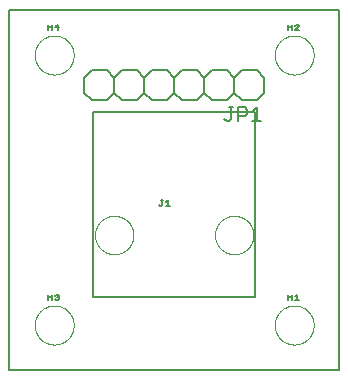
<source format=gto>
G75*
%MOIN*%
%OFA0B0*%
%FSLAX25Y25*%
%IPPOS*%
%LPD*%
%AMOC8*
5,1,8,0,0,1.08239X$1,22.5*
%
%ADD10C,0.00600*%
%ADD11C,0.00000*%
%ADD12C,0.00500*%
%ADD13C,0.00800*%
D10*
X0001300Y0001300D02*
X0001300Y0121300D01*
X0111300Y0121300D01*
X0111300Y0001300D01*
X0001300Y0001300D01*
X0028800Y0091300D02*
X0026300Y0093800D01*
X0026300Y0098800D01*
X0028800Y0101300D01*
X0033800Y0101300D01*
X0036300Y0098800D01*
X0038800Y0101300D01*
X0043800Y0101300D01*
X0046300Y0098800D01*
X0048800Y0101300D01*
X0053800Y0101300D01*
X0056300Y0098800D01*
X0058800Y0101300D01*
X0063800Y0101300D01*
X0066300Y0098800D01*
X0068800Y0101300D01*
X0073800Y0101300D01*
X0076300Y0098800D01*
X0078800Y0101300D01*
X0083800Y0101300D01*
X0086300Y0098800D01*
X0086300Y0093800D01*
X0083800Y0091300D01*
X0078800Y0091300D01*
X0076300Y0093800D01*
X0073800Y0091300D01*
X0068800Y0091300D01*
X0066300Y0093800D01*
X0066300Y0098800D01*
X0066300Y0093800D02*
X0063800Y0091300D01*
X0058800Y0091300D01*
X0056300Y0093800D01*
X0053800Y0091300D01*
X0048800Y0091300D01*
X0046300Y0093800D01*
X0043800Y0091300D01*
X0038800Y0091300D01*
X0036300Y0093800D01*
X0033800Y0091300D01*
X0028800Y0091300D01*
X0036300Y0093800D02*
X0036300Y0098800D01*
X0046300Y0098800D02*
X0046300Y0093800D01*
X0056300Y0093800D02*
X0056300Y0098800D01*
X0076300Y0098800D02*
X0076300Y0093800D01*
D11*
X0089800Y0106300D02*
X0089802Y0106461D01*
X0089808Y0106621D01*
X0089818Y0106782D01*
X0089832Y0106942D01*
X0089850Y0107102D01*
X0089871Y0107261D01*
X0089897Y0107420D01*
X0089927Y0107578D01*
X0089960Y0107735D01*
X0089998Y0107892D01*
X0090039Y0108047D01*
X0090084Y0108201D01*
X0090133Y0108354D01*
X0090186Y0108506D01*
X0090242Y0108657D01*
X0090303Y0108806D01*
X0090366Y0108954D01*
X0090434Y0109100D01*
X0090505Y0109244D01*
X0090579Y0109386D01*
X0090657Y0109527D01*
X0090739Y0109665D01*
X0090824Y0109802D01*
X0090912Y0109936D01*
X0091004Y0110068D01*
X0091099Y0110198D01*
X0091197Y0110326D01*
X0091298Y0110451D01*
X0091402Y0110573D01*
X0091509Y0110693D01*
X0091619Y0110810D01*
X0091732Y0110925D01*
X0091848Y0111036D01*
X0091967Y0111145D01*
X0092088Y0111250D01*
X0092212Y0111353D01*
X0092338Y0111453D01*
X0092466Y0111549D01*
X0092597Y0111642D01*
X0092731Y0111732D01*
X0092866Y0111819D01*
X0093004Y0111902D01*
X0093143Y0111982D01*
X0093285Y0112058D01*
X0093428Y0112131D01*
X0093573Y0112200D01*
X0093720Y0112266D01*
X0093868Y0112328D01*
X0094018Y0112386D01*
X0094169Y0112441D01*
X0094322Y0112492D01*
X0094476Y0112539D01*
X0094631Y0112582D01*
X0094787Y0112621D01*
X0094943Y0112657D01*
X0095101Y0112688D01*
X0095259Y0112716D01*
X0095418Y0112740D01*
X0095578Y0112760D01*
X0095738Y0112776D01*
X0095898Y0112788D01*
X0096059Y0112796D01*
X0096220Y0112800D01*
X0096380Y0112800D01*
X0096541Y0112796D01*
X0096702Y0112788D01*
X0096862Y0112776D01*
X0097022Y0112760D01*
X0097182Y0112740D01*
X0097341Y0112716D01*
X0097499Y0112688D01*
X0097657Y0112657D01*
X0097813Y0112621D01*
X0097969Y0112582D01*
X0098124Y0112539D01*
X0098278Y0112492D01*
X0098431Y0112441D01*
X0098582Y0112386D01*
X0098732Y0112328D01*
X0098880Y0112266D01*
X0099027Y0112200D01*
X0099172Y0112131D01*
X0099315Y0112058D01*
X0099457Y0111982D01*
X0099596Y0111902D01*
X0099734Y0111819D01*
X0099869Y0111732D01*
X0100003Y0111642D01*
X0100134Y0111549D01*
X0100262Y0111453D01*
X0100388Y0111353D01*
X0100512Y0111250D01*
X0100633Y0111145D01*
X0100752Y0111036D01*
X0100868Y0110925D01*
X0100981Y0110810D01*
X0101091Y0110693D01*
X0101198Y0110573D01*
X0101302Y0110451D01*
X0101403Y0110326D01*
X0101501Y0110198D01*
X0101596Y0110068D01*
X0101688Y0109936D01*
X0101776Y0109802D01*
X0101861Y0109665D01*
X0101943Y0109527D01*
X0102021Y0109386D01*
X0102095Y0109244D01*
X0102166Y0109100D01*
X0102234Y0108954D01*
X0102297Y0108806D01*
X0102358Y0108657D01*
X0102414Y0108506D01*
X0102467Y0108354D01*
X0102516Y0108201D01*
X0102561Y0108047D01*
X0102602Y0107892D01*
X0102640Y0107735D01*
X0102673Y0107578D01*
X0102703Y0107420D01*
X0102729Y0107261D01*
X0102750Y0107102D01*
X0102768Y0106942D01*
X0102782Y0106782D01*
X0102792Y0106621D01*
X0102798Y0106461D01*
X0102800Y0106300D01*
X0102798Y0106139D01*
X0102792Y0105979D01*
X0102782Y0105818D01*
X0102768Y0105658D01*
X0102750Y0105498D01*
X0102729Y0105339D01*
X0102703Y0105180D01*
X0102673Y0105022D01*
X0102640Y0104865D01*
X0102602Y0104708D01*
X0102561Y0104553D01*
X0102516Y0104399D01*
X0102467Y0104246D01*
X0102414Y0104094D01*
X0102358Y0103943D01*
X0102297Y0103794D01*
X0102234Y0103646D01*
X0102166Y0103500D01*
X0102095Y0103356D01*
X0102021Y0103214D01*
X0101943Y0103073D01*
X0101861Y0102935D01*
X0101776Y0102798D01*
X0101688Y0102664D01*
X0101596Y0102532D01*
X0101501Y0102402D01*
X0101403Y0102274D01*
X0101302Y0102149D01*
X0101198Y0102027D01*
X0101091Y0101907D01*
X0100981Y0101790D01*
X0100868Y0101675D01*
X0100752Y0101564D01*
X0100633Y0101455D01*
X0100512Y0101350D01*
X0100388Y0101247D01*
X0100262Y0101147D01*
X0100134Y0101051D01*
X0100003Y0100958D01*
X0099869Y0100868D01*
X0099734Y0100781D01*
X0099596Y0100698D01*
X0099457Y0100618D01*
X0099315Y0100542D01*
X0099172Y0100469D01*
X0099027Y0100400D01*
X0098880Y0100334D01*
X0098732Y0100272D01*
X0098582Y0100214D01*
X0098431Y0100159D01*
X0098278Y0100108D01*
X0098124Y0100061D01*
X0097969Y0100018D01*
X0097813Y0099979D01*
X0097657Y0099943D01*
X0097499Y0099912D01*
X0097341Y0099884D01*
X0097182Y0099860D01*
X0097022Y0099840D01*
X0096862Y0099824D01*
X0096702Y0099812D01*
X0096541Y0099804D01*
X0096380Y0099800D01*
X0096220Y0099800D01*
X0096059Y0099804D01*
X0095898Y0099812D01*
X0095738Y0099824D01*
X0095578Y0099840D01*
X0095418Y0099860D01*
X0095259Y0099884D01*
X0095101Y0099912D01*
X0094943Y0099943D01*
X0094787Y0099979D01*
X0094631Y0100018D01*
X0094476Y0100061D01*
X0094322Y0100108D01*
X0094169Y0100159D01*
X0094018Y0100214D01*
X0093868Y0100272D01*
X0093720Y0100334D01*
X0093573Y0100400D01*
X0093428Y0100469D01*
X0093285Y0100542D01*
X0093143Y0100618D01*
X0093004Y0100698D01*
X0092866Y0100781D01*
X0092731Y0100868D01*
X0092597Y0100958D01*
X0092466Y0101051D01*
X0092338Y0101147D01*
X0092212Y0101247D01*
X0092088Y0101350D01*
X0091967Y0101455D01*
X0091848Y0101564D01*
X0091732Y0101675D01*
X0091619Y0101790D01*
X0091509Y0101907D01*
X0091402Y0102027D01*
X0091298Y0102149D01*
X0091197Y0102274D01*
X0091099Y0102402D01*
X0091004Y0102532D01*
X0090912Y0102664D01*
X0090824Y0102798D01*
X0090739Y0102935D01*
X0090657Y0103073D01*
X0090579Y0103214D01*
X0090505Y0103356D01*
X0090434Y0103500D01*
X0090366Y0103646D01*
X0090303Y0103794D01*
X0090242Y0103943D01*
X0090186Y0104094D01*
X0090133Y0104246D01*
X0090084Y0104399D01*
X0090039Y0104553D01*
X0089998Y0104708D01*
X0089960Y0104865D01*
X0089927Y0105022D01*
X0089897Y0105180D01*
X0089871Y0105339D01*
X0089850Y0105498D01*
X0089832Y0105658D01*
X0089818Y0105818D01*
X0089808Y0105979D01*
X0089802Y0106139D01*
X0089800Y0106300D01*
X0069900Y0046300D02*
X0069902Y0046460D01*
X0069908Y0046619D01*
X0069918Y0046778D01*
X0069932Y0046937D01*
X0069950Y0047096D01*
X0069971Y0047254D01*
X0069997Y0047411D01*
X0070027Y0047568D01*
X0070060Y0047724D01*
X0070098Y0047879D01*
X0070139Y0048033D01*
X0070184Y0048186D01*
X0070233Y0048338D01*
X0070286Y0048489D01*
X0070342Y0048638D01*
X0070403Y0048786D01*
X0070466Y0048932D01*
X0070534Y0049077D01*
X0070605Y0049220D01*
X0070679Y0049361D01*
X0070757Y0049500D01*
X0070839Y0049637D01*
X0070924Y0049772D01*
X0071012Y0049905D01*
X0071104Y0050036D01*
X0071198Y0050164D01*
X0071296Y0050290D01*
X0071397Y0050414D01*
X0071501Y0050535D01*
X0071608Y0050653D01*
X0071718Y0050769D01*
X0071831Y0050882D01*
X0071947Y0050992D01*
X0072065Y0051099D01*
X0072186Y0051203D01*
X0072310Y0051304D01*
X0072436Y0051402D01*
X0072564Y0051496D01*
X0072695Y0051588D01*
X0072828Y0051676D01*
X0072963Y0051761D01*
X0073100Y0051843D01*
X0073239Y0051921D01*
X0073380Y0051995D01*
X0073523Y0052066D01*
X0073668Y0052134D01*
X0073814Y0052197D01*
X0073962Y0052258D01*
X0074111Y0052314D01*
X0074262Y0052367D01*
X0074414Y0052416D01*
X0074567Y0052461D01*
X0074721Y0052502D01*
X0074876Y0052540D01*
X0075032Y0052573D01*
X0075189Y0052603D01*
X0075346Y0052629D01*
X0075504Y0052650D01*
X0075663Y0052668D01*
X0075822Y0052682D01*
X0075981Y0052692D01*
X0076140Y0052698D01*
X0076300Y0052700D01*
X0076460Y0052698D01*
X0076619Y0052692D01*
X0076778Y0052682D01*
X0076937Y0052668D01*
X0077096Y0052650D01*
X0077254Y0052629D01*
X0077411Y0052603D01*
X0077568Y0052573D01*
X0077724Y0052540D01*
X0077879Y0052502D01*
X0078033Y0052461D01*
X0078186Y0052416D01*
X0078338Y0052367D01*
X0078489Y0052314D01*
X0078638Y0052258D01*
X0078786Y0052197D01*
X0078932Y0052134D01*
X0079077Y0052066D01*
X0079220Y0051995D01*
X0079361Y0051921D01*
X0079500Y0051843D01*
X0079637Y0051761D01*
X0079772Y0051676D01*
X0079905Y0051588D01*
X0080036Y0051496D01*
X0080164Y0051402D01*
X0080290Y0051304D01*
X0080414Y0051203D01*
X0080535Y0051099D01*
X0080653Y0050992D01*
X0080769Y0050882D01*
X0080882Y0050769D01*
X0080992Y0050653D01*
X0081099Y0050535D01*
X0081203Y0050414D01*
X0081304Y0050290D01*
X0081402Y0050164D01*
X0081496Y0050036D01*
X0081588Y0049905D01*
X0081676Y0049772D01*
X0081761Y0049637D01*
X0081843Y0049500D01*
X0081921Y0049361D01*
X0081995Y0049220D01*
X0082066Y0049077D01*
X0082134Y0048932D01*
X0082197Y0048786D01*
X0082258Y0048638D01*
X0082314Y0048489D01*
X0082367Y0048338D01*
X0082416Y0048186D01*
X0082461Y0048033D01*
X0082502Y0047879D01*
X0082540Y0047724D01*
X0082573Y0047568D01*
X0082603Y0047411D01*
X0082629Y0047254D01*
X0082650Y0047096D01*
X0082668Y0046937D01*
X0082682Y0046778D01*
X0082692Y0046619D01*
X0082698Y0046460D01*
X0082700Y0046300D01*
X0082698Y0046140D01*
X0082692Y0045981D01*
X0082682Y0045822D01*
X0082668Y0045663D01*
X0082650Y0045504D01*
X0082629Y0045346D01*
X0082603Y0045189D01*
X0082573Y0045032D01*
X0082540Y0044876D01*
X0082502Y0044721D01*
X0082461Y0044567D01*
X0082416Y0044414D01*
X0082367Y0044262D01*
X0082314Y0044111D01*
X0082258Y0043962D01*
X0082197Y0043814D01*
X0082134Y0043668D01*
X0082066Y0043523D01*
X0081995Y0043380D01*
X0081921Y0043239D01*
X0081843Y0043100D01*
X0081761Y0042963D01*
X0081676Y0042828D01*
X0081588Y0042695D01*
X0081496Y0042564D01*
X0081402Y0042436D01*
X0081304Y0042310D01*
X0081203Y0042186D01*
X0081099Y0042065D01*
X0080992Y0041947D01*
X0080882Y0041831D01*
X0080769Y0041718D01*
X0080653Y0041608D01*
X0080535Y0041501D01*
X0080414Y0041397D01*
X0080290Y0041296D01*
X0080164Y0041198D01*
X0080036Y0041104D01*
X0079905Y0041012D01*
X0079772Y0040924D01*
X0079637Y0040839D01*
X0079500Y0040757D01*
X0079361Y0040679D01*
X0079220Y0040605D01*
X0079077Y0040534D01*
X0078932Y0040466D01*
X0078786Y0040403D01*
X0078638Y0040342D01*
X0078489Y0040286D01*
X0078338Y0040233D01*
X0078186Y0040184D01*
X0078033Y0040139D01*
X0077879Y0040098D01*
X0077724Y0040060D01*
X0077568Y0040027D01*
X0077411Y0039997D01*
X0077254Y0039971D01*
X0077096Y0039950D01*
X0076937Y0039932D01*
X0076778Y0039918D01*
X0076619Y0039908D01*
X0076460Y0039902D01*
X0076300Y0039900D01*
X0076140Y0039902D01*
X0075981Y0039908D01*
X0075822Y0039918D01*
X0075663Y0039932D01*
X0075504Y0039950D01*
X0075346Y0039971D01*
X0075189Y0039997D01*
X0075032Y0040027D01*
X0074876Y0040060D01*
X0074721Y0040098D01*
X0074567Y0040139D01*
X0074414Y0040184D01*
X0074262Y0040233D01*
X0074111Y0040286D01*
X0073962Y0040342D01*
X0073814Y0040403D01*
X0073668Y0040466D01*
X0073523Y0040534D01*
X0073380Y0040605D01*
X0073239Y0040679D01*
X0073100Y0040757D01*
X0072963Y0040839D01*
X0072828Y0040924D01*
X0072695Y0041012D01*
X0072564Y0041104D01*
X0072436Y0041198D01*
X0072310Y0041296D01*
X0072186Y0041397D01*
X0072065Y0041501D01*
X0071947Y0041608D01*
X0071831Y0041718D01*
X0071718Y0041831D01*
X0071608Y0041947D01*
X0071501Y0042065D01*
X0071397Y0042186D01*
X0071296Y0042310D01*
X0071198Y0042436D01*
X0071104Y0042564D01*
X0071012Y0042695D01*
X0070924Y0042828D01*
X0070839Y0042963D01*
X0070757Y0043100D01*
X0070679Y0043239D01*
X0070605Y0043380D01*
X0070534Y0043523D01*
X0070466Y0043668D01*
X0070403Y0043814D01*
X0070342Y0043962D01*
X0070286Y0044111D01*
X0070233Y0044262D01*
X0070184Y0044414D01*
X0070139Y0044567D01*
X0070098Y0044721D01*
X0070060Y0044876D01*
X0070027Y0045032D01*
X0069997Y0045189D01*
X0069971Y0045346D01*
X0069950Y0045504D01*
X0069932Y0045663D01*
X0069918Y0045822D01*
X0069908Y0045981D01*
X0069902Y0046140D01*
X0069900Y0046300D01*
X0089800Y0016300D02*
X0089802Y0016461D01*
X0089808Y0016621D01*
X0089818Y0016782D01*
X0089832Y0016942D01*
X0089850Y0017102D01*
X0089871Y0017261D01*
X0089897Y0017420D01*
X0089927Y0017578D01*
X0089960Y0017735D01*
X0089998Y0017892D01*
X0090039Y0018047D01*
X0090084Y0018201D01*
X0090133Y0018354D01*
X0090186Y0018506D01*
X0090242Y0018657D01*
X0090303Y0018806D01*
X0090366Y0018954D01*
X0090434Y0019100D01*
X0090505Y0019244D01*
X0090579Y0019386D01*
X0090657Y0019527D01*
X0090739Y0019665D01*
X0090824Y0019802D01*
X0090912Y0019936D01*
X0091004Y0020068D01*
X0091099Y0020198D01*
X0091197Y0020326D01*
X0091298Y0020451D01*
X0091402Y0020573D01*
X0091509Y0020693D01*
X0091619Y0020810D01*
X0091732Y0020925D01*
X0091848Y0021036D01*
X0091967Y0021145D01*
X0092088Y0021250D01*
X0092212Y0021353D01*
X0092338Y0021453D01*
X0092466Y0021549D01*
X0092597Y0021642D01*
X0092731Y0021732D01*
X0092866Y0021819D01*
X0093004Y0021902D01*
X0093143Y0021982D01*
X0093285Y0022058D01*
X0093428Y0022131D01*
X0093573Y0022200D01*
X0093720Y0022266D01*
X0093868Y0022328D01*
X0094018Y0022386D01*
X0094169Y0022441D01*
X0094322Y0022492D01*
X0094476Y0022539D01*
X0094631Y0022582D01*
X0094787Y0022621D01*
X0094943Y0022657D01*
X0095101Y0022688D01*
X0095259Y0022716D01*
X0095418Y0022740D01*
X0095578Y0022760D01*
X0095738Y0022776D01*
X0095898Y0022788D01*
X0096059Y0022796D01*
X0096220Y0022800D01*
X0096380Y0022800D01*
X0096541Y0022796D01*
X0096702Y0022788D01*
X0096862Y0022776D01*
X0097022Y0022760D01*
X0097182Y0022740D01*
X0097341Y0022716D01*
X0097499Y0022688D01*
X0097657Y0022657D01*
X0097813Y0022621D01*
X0097969Y0022582D01*
X0098124Y0022539D01*
X0098278Y0022492D01*
X0098431Y0022441D01*
X0098582Y0022386D01*
X0098732Y0022328D01*
X0098880Y0022266D01*
X0099027Y0022200D01*
X0099172Y0022131D01*
X0099315Y0022058D01*
X0099457Y0021982D01*
X0099596Y0021902D01*
X0099734Y0021819D01*
X0099869Y0021732D01*
X0100003Y0021642D01*
X0100134Y0021549D01*
X0100262Y0021453D01*
X0100388Y0021353D01*
X0100512Y0021250D01*
X0100633Y0021145D01*
X0100752Y0021036D01*
X0100868Y0020925D01*
X0100981Y0020810D01*
X0101091Y0020693D01*
X0101198Y0020573D01*
X0101302Y0020451D01*
X0101403Y0020326D01*
X0101501Y0020198D01*
X0101596Y0020068D01*
X0101688Y0019936D01*
X0101776Y0019802D01*
X0101861Y0019665D01*
X0101943Y0019527D01*
X0102021Y0019386D01*
X0102095Y0019244D01*
X0102166Y0019100D01*
X0102234Y0018954D01*
X0102297Y0018806D01*
X0102358Y0018657D01*
X0102414Y0018506D01*
X0102467Y0018354D01*
X0102516Y0018201D01*
X0102561Y0018047D01*
X0102602Y0017892D01*
X0102640Y0017735D01*
X0102673Y0017578D01*
X0102703Y0017420D01*
X0102729Y0017261D01*
X0102750Y0017102D01*
X0102768Y0016942D01*
X0102782Y0016782D01*
X0102792Y0016621D01*
X0102798Y0016461D01*
X0102800Y0016300D01*
X0102798Y0016139D01*
X0102792Y0015979D01*
X0102782Y0015818D01*
X0102768Y0015658D01*
X0102750Y0015498D01*
X0102729Y0015339D01*
X0102703Y0015180D01*
X0102673Y0015022D01*
X0102640Y0014865D01*
X0102602Y0014708D01*
X0102561Y0014553D01*
X0102516Y0014399D01*
X0102467Y0014246D01*
X0102414Y0014094D01*
X0102358Y0013943D01*
X0102297Y0013794D01*
X0102234Y0013646D01*
X0102166Y0013500D01*
X0102095Y0013356D01*
X0102021Y0013214D01*
X0101943Y0013073D01*
X0101861Y0012935D01*
X0101776Y0012798D01*
X0101688Y0012664D01*
X0101596Y0012532D01*
X0101501Y0012402D01*
X0101403Y0012274D01*
X0101302Y0012149D01*
X0101198Y0012027D01*
X0101091Y0011907D01*
X0100981Y0011790D01*
X0100868Y0011675D01*
X0100752Y0011564D01*
X0100633Y0011455D01*
X0100512Y0011350D01*
X0100388Y0011247D01*
X0100262Y0011147D01*
X0100134Y0011051D01*
X0100003Y0010958D01*
X0099869Y0010868D01*
X0099734Y0010781D01*
X0099596Y0010698D01*
X0099457Y0010618D01*
X0099315Y0010542D01*
X0099172Y0010469D01*
X0099027Y0010400D01*
X0098880Y0010334D01*
X0098732Y0010272D01*
X0098582Y0010214D01*
X0098431Y0010159D01*
X0098278Y0010108D01*
X0098124Y0010061D01*
X0097969Y0010018D01*
X0097813Y0009979D01*
X0097657Y0009943D01*
X0097499Y0009912D01*
X0097341Y0009884D01*
X0097182Y0009860D01*
X0097022Y0009840D01*
X0096862Y0009824D01*
X0096702Y0009812D01*
X0096541Y0009804D01*
X0096380Y0009800D01*
X0096220Y0009800D01*
X0096059Y0009804D01*
X0095898Y0009812D01*
X0095738Y0009824D01*
X0095578Y0009840D01*
X0095418Y0009860D01*
X0095259Y0009884D01*
X0095101Y0009912D01*
X0094943Y0009943D01*
X0094787Y0009979D01*
X0094631Y0010018D01*
X0094476Y0010061D01*
X0094322Y0010108D01*
X0094169Y0010159D01*
X0094018Y0010214D01*
X0093868Y0010272D01*
X0093720Y0010334D01*
X0093573Y0010400D01*
X0093428Y0010469D01*
X0093285Y0010542D01*
X0093143Y0010618D01*
X0093004Y0010698D01*
X0092866Y0010781D01*
X0092731Y0010868D01*
X0092597Y0010958D01*
X0092466Y0011051D01*
X0092338Y0011147D01*
X0092212Y0011247D01*
X0092088Y0011350D01*
X0091967Y0011455D01*
X0091848Y0011564D01*
X0091732Y0011675D01*
X0091619Y0011790D01*
X0091509Y0011907D01*
X0091402Y0012027D01*
X0091298Y0012149D01*
X0091197Y0012274D01*
X0091099Y0012402D01*
X0091004Y0012532D01*
X0090912Y0012664D01*
X0090824Y0012798D01*
X0090739Y0012935D01*
X0090657Y0013073D01*
X0090579Y0013214D01*
X0090505Y0013356D01*
X0090434Y0013500D01*
X0090366Y0013646D01*
X0090303Y0013794D01*
X0090242Y0013943D01*
X0090186Y0014094D01*
X0090133Y0014246D01*
X0090084Y0014399D01*
X0090039Y0014553D01*
X0089998Y0014708D01*
X0089960Y0014865D01*
X0089927Y0015022D01*
X0089897Y0015180D01*
X0089871Y0015339D01*
X0089850Y0015498D01*
X0089832Y0015658D01*
X0089818Y0015818D01*
X0089808Y0015979D01*
X0089802Y0016139D01*
X0089800Y0016300D01*
X0029900Y0046300D02*
X0029902Y0046460D01*
X0029908Y0046619D01*
X0029918Y0046778D01*
X0029932Y0046937D01*
X0029950Y0047096D01*
X0029971Y0047254D01*
X0029997Y0047411D01*
X0030027Y0047568D01*
X0030060Y0047724D01*
X0030098Y0047879D01*
X0030139Y0048033D01*
X0030184Y0048186D01*
X0030233Y0048338D01*
X0030286Y0048489D01*
X0030342Y0048638D01*
X0030403Y0048786D01*
X0030466Y0048932D01*
X0030534Y0049077D01*
X0030605Y0049220D01*
X0030679Y0049361D01*
X0030757Y0049500D01*
X0030839Y0049637D01*
X0030924Y0049772D01*
X0031012Y0049905D01*
X0031104Y0050036D01*
X0031198Y0050164D01*
X0031296Y0050290D01*
X0031397Y0050414D01*
X0031501Y0050535D01*
X0031608Y0050653D01*
X0031718Y0050769D01*
X0031831Y0050882D01*
X0031947Y0050992D01*
X0032065Y0051099D01*
X0032186Y0051203D01*
X0032310Y0051304D01*
X0032436Y0051402D01*
X0032564Y0051496D01*
X0032695Y0051588D01*
X0032828Y0051676D01*
X0032963Y0051761D01*
X0033100Y0051843D01*
X0033239Y0051921D01*
X0033380Y0051995D01*
X0033523Y0052066D01*
X0033668Y0052134D01*
X0033814Y0052197D01*
X0033962Y0052258D01*
X0034111Y0052314D01*
X0034262Y0052367D01*
X0034414Y0052416D01*
X0034567Y0052461D01*
X0034721Y0052502D01*
X0034876Y0052540D01*
X0035032Y0052573D01*
X0035189Y0052603D01*
X0035346Y0052629D01*
X0035504Y0052650D01*
X0035663Y0052668D01*
X0035822Y0052682D01*
X0035981Y0052692D01*
X0036140Y0052698D01*
X0036300Y0052700D01*
X0036460Y0052698D01*
X0036619Y0052692D01*
X0036778Y0052682D01*
X0036937Y0052668D01*
X0037096Y0052650D01*
X0037254Y0052629D01*
X0037411Y0052603D01*
X0037568Y0052573D01*
X0037724Y0052540D01*
X0037879Y0052502D01*
X0038033Y0052461D01*
X0038186Y0052416D01*
X0038338Y0052367D01*
X0038489Y0052314D01*
X0038638Y0052258D01*
X0038786Y0052197D01*
X0038932Y0052134D01*
X0039077Y0052066D01*
X0039220Y0051995D01*
X0039361Y0051921D01*
X0039500Y0051843D01*
X0039637Y0051761D01*
X0039772Y0051676D01*
X0039905Y0051588D01*
X0040036Y0051496D01*
X0040164Y0051402D01*
X0040290Y0051304D01*
X0040414Y0051203D01*
X0040535Y0051099D01*
X0040653Y0050992D01*
X0040769Y0050882D01*
X0040882Y0050769D01*
X0040992Y0050653D01*
X0041099Y0050535D01*
X0041203Y0050414D01*
X0041304Y0050290D01*
X0041402Y0050164D01*
X0041496Y0050036D01*
X0041588Y0049905D01*
X0041676Y0049772D01*
X0041761Y0049637D01*
X0041843Y0049500D01*
X0041921Y0049361D01*
X0041995Y0049220D01*
X0042066Y0049077D01*
X0042134Y0048932D01*
X0042197Y0048786D01*
X0042258Y0048638D01*
X0042314Y0048489D01*
X0042367Y0048338D01*
X0042416Y0048186D01*
X0042461Y0048033D01*
X0042502Y0047879D01*
X0042540Y0047724D01*
X0042573Y0047568D01*
X0042603Y0047411D01*
X0042629Y0047254D01*
X0042650Y0047096D01*
X0042668Y0046937D01*
X0042682Y0046778D01*
X0042692Y0046619D01*
X0042698Y0046460D01*
X0042700Y0046300D01*
X0042698Y0046140D01*
X0042692Y0045981D01*
X0042682Y0045822D01*
X0042668Y0045663D01*
X0042650Y0045504D01*
X0042629Y0045346D01*
X0042603Y0045189D01*
X0042573Y0045032D01*
X0042540Y0044876D01*
X0042502Y0044721D01*
X0042461Y0044567D01*
X0042416Y0044414D01*
X0042367Y0044262D01*
X0042314Y0044111D01*
X0042258Y0043962D01*
X0042197Y0043814D01*
X0042134Y0043668D01*
X0042066Y0043523D01*
X0041995Y0043380D01*
X0041921Y0043239D01*
X0041843Y0043100D01*
X0041761Y0042963D01*
X0041676Y0042828D01*
X0041588Y0042695D01*
X0041496Y0042564D01*
X0041402Y0042436D01*
X0041304Y0042310D01*
X0041203Y0042186D01*
X0041099Y0042065D01*
X0040992Y0041947D01*
X0040882Y0041831D01*
X0040769Y0041718D01*
X0040653Y0041608D01*
X0040535Y0041501D01*
X0040414Y0041397D01*
X0040290Y0041296D01*
X0040164Y0041198D01*
X0040036Y0041104D01*
X0039905Y0041012D01*
X0039772Y0040924D01*
X0039637Y0040839D01*
X0039500Y0040757D01*
X0039361Y0040679D01*
X0039220Y0040605D01*
X0039077Y0040534D01*
X0038932Y0040466D01*
X0038786Y0040403D01*
X0038638Y0040342D01*
X0038489Y0040286D01*
X0038338Y0040233D01*
X0038186Y0040184D01*
X0038033Y0040139D01*
X0037879Y0040098D01*
X0037724Y0040060D01*
X0037568Y0040027D01*
X0037411Y0039997D01*
X0037254Y0039971D01*
X0037096Y0039950D01*
X0036937Y0039932D01*
X0036778Y0039918D01*
X0036619Y0039908D01*
X0036460Y0039902D01*
X0036300Y0039900D01*
X0036140Y0039902D01*
X0035981Y0039908D01*
X0035822Y0039918D01*
X0035663Y0039932D01*
X0035504Y0039950D01*
X0035346Y0039971D01*
X0035189Y0039997D01*
X0035032Y0040027D01*
X0034876Y0040060D01*
X0034721Y0040098D01*
X0034567Y0040139D01*
X0034414Y0040184D01*
X0034262Y0040233D01*
X0034111Y0040286D01*
X0033962Y0040342D01*
X0033814Y0040403D01*
X0033668Y0040466D01*
X0033523Y0040534D01*
X0033380Y0040605D01*
X0033239Y0040679D01*
X0033100Y0040757D01*
X0032963Y0040839D01*
X0032828Y0040924D01*
X0032695Y0041012D01*
X0032564Y0041104D01*
X0032436Y0041198D01*
X0032310Y0041296D01*
X0032186Y0041397D01*
X0032065Y0041501D01*
X0031947Y0041608D01*
X0031831Y0041718D01*
X0031718Y0041831D01*
X0031608Y0041947D01*
X0031501Y0042065D01*
X0031397Y0042186D01*
X0031296Y0042310D01*
X0031198Y0042436D01*
X0031104Y0042564D01*
X0031012Y0042695D01*
X0030924Y0042828D01*
X0030839Y0042963D01*
X0030757Y0043100D01*
X0030679Y0043239D01*
X0030605Y0043380D01*
X0030534Y0043523D01*
X0030466Y0043668D01*
X0030403Y0043814D01*
X0030342Y0043962D01*
X0030286Y0044111D01*
X0030233Y0044262D01*
X0030184Y0044414D01*
X0030139Y0044567D01*
X0030098Y0044721D01*
X0030060Y0044876D01*
X0030027Y0045032D01*
X0029997Y0045189D01*
X0029971Y0045346D01*
X0029950Y0045504D01*
X0029932Y0045663D01*
X0029918Y0045822D01*
X0029908Y0045981D01*
X0029902Y0046140D01*
X0029900Y0046300D01*
X0009800Y0016300D02*
X0009802Y0016461D01*
X0009808Y0016621D01*
X0009818Y0016782D01*
X0009832Y0016942D01*
X0009850Y0017102D01*
X0009871Y0017261D01*
X0009897Y0017420D01*
X0009927Y0017578D01*
X0009960Y0017735D01*
X0009998Y0017892D01*
X0010039Y0018047D01*
X0010084Y0018201D01*
X0010133Y0018354D01*
X0010186Y0018506D01*
X0010242Y0018657D01*
X0010303Y0018806D01*
X0010366Y0018954D01*
X0010434Y0019100D01*
X0010505Y0019244D01*
X0010579Y0019386D01*
X0010657Y0019527D01*
X0010739Y0019665D01*
X0010824Y0019802D01*
X0010912Y0019936D01*
X0011004Y0020068D01*
X0011099Y0020198D01*
X0011197Y0020326D01*
X0011298Y0020451D01*
X0011402Y0020573D01*
X0011509Y0020693D01*
X0011619Y0020810D01*
X0011732Y0020925D01*
X0011848Y0021036D01*
X0011967Y0021145D01*
X0012088Y0021250D01*
X0012212Y0021353D01*
X0012338Y0021453D01*
X0012466Y0021549D01*
X0012597Y0021642D01*
X0012731Y0021732D01*
X0012866Y0021819D01*
X0013004Y0021902D01*
X0013143Y0021982D01*
X0013285Y0022058D01*
X0013428Y0022131D01*
X0013573Y0022200D01*
X0013720Y0022266D01*
X0013868Y0022328D01*
X0014018Y0022386D01*
X0014169Y0022441D01*
X0014322Y0022492D01*
X0014476Y0022539D01*
X0014631Y0022582D01*
X0014787Y0022621D01*
X0014943Y0022657D01*
X0015101Y0022688D01*
X0015259Y0022716D01*
X0015418Y0022740D01*
X0015578Y0022760D01*
X0015738Y0022776D01*
X0015898Y0022788D01*
X0016059Y0022796D01*
X0016220Y0022800D01*
X0016380Y0022800D01*
X0016541Y0022796D01*
X0016702Y0022788D01*
X0016862Y0022776D01*
X0017022Y0022760D01*
X0017182Y0022740D01*
X0017341Y0022716D01*
X0017499Y0022688D01*
X0017657Y0022657D01*
X0017813Y0022621D01*
X0017969Y0022582D01*
X0018124Y0022539D01*
X0018278Y0022492D01*
X0018431Y0022441D01*
X0018582Y0022386D01*
X0018732Y0022328D01*
X0018880Y0022266D01*
X0019027Y0022200D01*
X0019172Y0022131D01*
X0019315Y0022058D01*
X0019457Y0021982D01*
X0019596Y0021902D01*
X0019734Y0021819D01*
X0019869Y0021732D01*
X0020003Y0021642D01*
X0020134Y0021549D01*
X0020262Y0021453D01*
X0020388Y0021353D01*
X0020512Y0021250D01*
X0020633Y0021145D01*
X0020752Y0021036D01*
X0020868Y0020925D01*
X0020981Y0020810D01*
X0021091Y0020693D01*
X0021198Y0020573D01*
X0021302Y0020451D01*
X0021403Y0020326D01*
X0021501Y0020198D01*
X0021596Y0020068D01*
X0021688Y0019936D01*
X0021776Y0019802D01*
X0021861Y0019665D01*
X0021943Y0019527D01*
X0022021Y0019386D01*
X0022095Y0019244D01*
X0022166Y0019100D01*
X0022234Y0018954D01*
X0022297Y0018806D01*
X0022358Y0018657D01*
X0022414Y0018506D01*
X0022467Y0018354D01*
X0022516Y0018201D01*
X0022561Y0018047D01*
X0022602Y0017892D01*
X0022640Y0017735D01*
X0022673Y0017578D01*
X0022703Y0017420D01*
X0022729Y0017261D01*
X0022750Y0017102D01*
X0022768Y0016942D01*
X0022782Y0016782D01*
X0022792Y0016621D01*
X0022798Y0016461D01*
X0022800Y0016300D01*
X0022798Y0016139D01*
X0022792Y0015979D01*
X0022782Y0015818D01*
X0022768Y0015658D01*
X0022750Y0015498D01*
X0022729Y0015339D01*
X0022703Y0015180D01*
X0022673Y0015022D01*
X0022640Y0014865D01*
X0022602Y0014708D01*
X0022561Y0014553D01*
X0022516Y0014399D01*
X0022467Y0014246D01*
X0022414Y0014094D01*
X0022358Y0013943D01*
X0022297Y0013794D01*
X0022234Y0013646D01*
X0022166Y0013500D01*
X0022095Y0013356D01*
X0022021Y0013214D01*
X0021943Y0013073D01*
X0021861Y0012935D01*
X0021776Y0012798D01*
X0021688Y0012664D01*
X0021596Y0012532D01*
X0021501Y0012402D01*
X0021403Y0012274D01*
X0021302Y0012149D01*
X0021198Y0012027D01*
X0021091Y0011907D01*
X0020981Y0011790D01*
X0020868Y0011675D01*
X0020752Y0011564D01*
X0020633Y0011455D01*
X0020512Y0011350D01*
X0020388Y0011247D01*
X0020262Y0011147D01*
X0020134Y0011051D01*
X0020003Y0010958D01*
X0019869Y0010868D01*
X0019734Y0010781D01*
X0019596Y0010698D01*
X0019457Y0010618D01*
X0019315Y0010542D01*
X0019172Y0010469D01*
X0019027Y0010400D01*
X0018880Y0010334D01*
X0018732Y0010272D01*
X0018582Y0010214D01*
X0018431Y0010159D01*
X0018278Y0010108D01*
X0018124Y0010061D01*
X0017969Y0010018D01*
X0017813Y0009979D01*
X0017657Y0009943D01*
X0017499Y0009912D01*
X0017341Y0009884D01*
X0017182Y0009860D01*
X0017022Y0009840D01*
X0016862Y0009824D01*
X0016702Y0009812D01*
X0016541Y0009804D01*
X0016380Y0009800D01*
X0016220Y0009800D01*
X0016059Y0009804D01*
X0015898Y0009812D01*
X0015738Y0009824D01*
X0015578Y0009840D01*
X0015418Y0009860D01*
X0015259Y0009884D01*
X0015101Y0009912D01*
X0014943Y0009943D01*
X0014787Y0009979D01*
X0014631Y0010018D01*
X0014476Y0010061D01*
X0014322Y0010108D01*
X0014169Y0010159D01*
X0014018Y0010214D01*
X0013868Y0010272D01*
X0013720Y0010334D01*
X0013573Y0010400D01*
X0013428Y0010469D01*
X0013285Y0010542D01*
X0013143Y0010618D01*
X0013004Y0010698D01*
X0012866Y0010781D01*
X0012731Y0010868D01*
X0012597Y0010958D01*
X0012466Y0011051D01*
X0012338Y0011147D01*
X0012212Y0011247D01*
X0012088Y0011350D01*
X0011967Y0011455D01*
X0011848Y0011564D01*
X0011732Y0011675D01*
X0011619Y0011790D01*
X0011509Y0011907D01*
X0011402Y0012027D01*
X0011298Y0012149D01*
X0011197Y0012274D01*
X0011099Y0012402D01*
X0011004Y0012532D01*
X0010912Y0012664D01*
X0010824Y0012798D01*
X0010739Y0012935D01*
X0010657Y0013073D01*
X0010579Y0013214D01*
X0010505Y0013356D01*
X0010434Y0013500D01*
X0010366Y0013646D01*
X0010303Y0013794D01*
X0010242Y0013943D01*
X0010186Y0014094D01*
X0010133Y0014246D01*
X0010084Y0014399D01*
X0010039Y0014553D01*
X0009998Y0014708D01*
X0009960Y0014865D01*
X0009927Y0015022D01*
X0009897Y0015180D01*
X0009871Y0015339D01*
X0009850Y0015498D01*
X0009832Y0015658D01*
X0009818Y0015818D01*
X0009808Y0015979D01*
X0009802Y0016139D01*
X0009800Y0016300D01*
X0009800Y0106300D02*
X0009802Y0106461D01*
X0009808Y0106621D01*
X0009818Y0106782D01*
X0009832Y0106942D01*
X0009850Y0107102D01*
X0009871Y0107261D01*
X0009897Y0107420D01*
X0009927Y0107578D01*
X0009960Y0107735D01*
X0009998Y0107892D01*
X0010039Y0108047D01*
X0010084Y0108201D01*
X0010133Y0108354D01*
X0010186Y0108506D01*
X0010242Y0108657D01*
X0010303Y0108806D01*
X0010366Y0108954D01*
X0010434Y0109100D01*
X0010505Y0109244D01*
X0010579Y0109386D01*
X0010657Y0109527D01*
X0010739Y0109665D01*
X0010824Y0109802D01*
X0010912Y0109936D01*
X0011004Y0110068D01*
X0011099Y0110198D01*
X0011197Y0110326D01*
X0011298Y0110451D01*
X0011402Y0110573D01*
X0011509Y0110693D01*
X0011619Y0110810D01*
X0011732Y0110925D01*
X0011848Y0111036D01*
X0011967Y0111145D01*
X0012088Y0111250D01*
X0012212Y0111353D01*
X0012338Y0111453D01*
X0012466Y0111549D01*
X0012597Y0111642D01*
X0012731Y0111732D01*
X0012866Y0111819D01*
X0013004Y0111902D01*
X0013143Y0111982D01*
X0013285Y0112058D01*
X0013428Y0112131D01*
X0013573Y0112200D01*
X0013720Y0112266D01*
X0013868Y0112328D01*
X0014018Y0112386D01*
X0014169Y0112441D01*
X0014322Y0112492D01*
X0014476Y0112539D01*
X0014631Y0112582D01*
X0014787Y0112621D01*
X0014943Y0112657D01*
X0015101Y0112688D01*
X0015259Y0112716D01*
X0015418Y0112740D01*
X0015578Y0112760D01*
X0015738Y0112776D01*
X0015898Y0112788D01*
X0016059Y0112796D01*
X0016220Y0112800D01*
X0016380Y0112800D01*
X0016541Y0112796D01*
X0016702Y0112788D01*
X0016862Y0112776D01*
X0017022Y0112760D01*
X0017182Y0112740D01*
X0017341Y0112716D01*
X0017499Y0112688D01*
X0017657Y0112657D01*
X0017813Y0112621D01*
X0017969Y0112582D01*
X0018124Y0112539D01*
X0018278Y0112492D01*
X0018431Y0112441D01*
X0018582Y0112386D01*
X0018732Y0112328D01*
X0018880Y0112266D01*
X0019027Y0112200D01*
X0019172Y0112131D01*
X0019315Y0112058D01*
X0019457Y0111982D01*
X0019596Y0111902D01*
X0019734Y0111819D01*
X0019869Y0111732D01*
X0020003Y0111642D01*
X0020134Y0111549D01*
X0020262Y0111453D01*
X0020388Y0111353D01*
X0020512Y0111250D01*
X0020633Y0111145D01*
X0020752Y0111036D01*
X0020868Y0110925D01*
X0020981Y0110810D01*
X0021091Y0110693D01*
X0021198Y0110573D01*
X0021302Y0110451D01*
X0021403Y0110326D01*
X0021501Y0110198D01*
X0021596Y0110068D01*
X0021688Y0109936D01*
X0021776Y0109802D01*
X0021861Y0109665D01*
X0021943Y0109527D01*
X0022021Y0109386D01*
X0022095Y0109244D01*
X0022166Y0109100D01*
X0022234Y0108954D01*
X0022297Y0108806D01*
X0022358Y0108657D01*
X0022414Y0108506D01*
X0022467Y0108354D01*
X0022516Y0108201D01*
X0022561Y0108047D01*
X0022602Y0107892D01*
X0022640Y0107735D01*
X0022673Y0107578D01*
X0022703Y0107420D01*
X0022729Y0107261D01*
X0022750Y0107102D01*
X0022768Y0106942D01*
X0022782Y0106782D01*
X0022792Y0106621D01*
X0022798Y0106461D01*
X0022800Y0106300D01*
X0022798Y0106139D01*
X0022792Y0105979D01*
X0022782Y0105818D01*
X0022768Y0105658D01*
X0022750Y0105498D01*
X0022729Y0105339D01*
X0022703Y0105180D01*
X0022673Y0105022D01*
X0022640Y0104865D01*
X0022602Y0104708D01*
X0022561Y0104553D01*
X0022516Y0104399D01*
X0022467Y0104246D01*
X0022414Y0104094D01*
X0022358Y0103943D01*
X0022297Y0103794D01*
X0022234Y0103646D01*
X0022166Y0103500D01*
X0022095Y0103356D01*
X0022021Y0103214D01*
X0021943Y0103073D01*
X0021861Y0102935D01*
X0021776Y0102798D01*
X0021688Y0102664D01*
X0021596Y0102532D01*
X0021501Y0102402D01*
X0021403Y0102274D01*
X0021302Y0102149D01*
X0021198Y0102027D01*
X0021091Y0101907D01*
X0020981Y0101790D01*
X0020868Y0101675D01*
X0020752Y0101564D01*
X0020633Y0101455D01*
X0020512Y0101350D01*
X0020388Y0101247D01*
X0020262Y0101147D01*
X0020134Y0101051D01*
X0020003Y0100958D01*
X0019869Y0100868D01*
X0019734Y0100781D01*
X0019596Y0100698D01*
X0019457Y0100618D01*
X0019315Y0100542D01*
X0019172Y0100469D01*
X0019027Y0100400D01*
X0018880Y0100334D01*
X0018732Y0100272D01*
X0018582Y0100214D01*
X0018431Y0100159D01*
X0018278Y0100108D01*
X0018124Y0100061D01*
X0017969Y0100018D01*
X0017813Y0099979D01*
X0017657Y0099943D01*
X0017499Y0099912D01*
X0017341Y0099884D01*
X0017182Y0099860D01*
X0017022Y0099840D01*
X0016862Y0099824D01*
X0016702Y0099812D01*
X0016541Y0099804D01*
X0016380Y0099800D01*
X0016220Y0099800D01*
X0016059Y0099804D01*
X0015898Y0099812D01*
X0015738Y0099824D01*
X0015578Y0099840D01*
X0015418Y0099860D01*
X0015259Y0099884D01*
X0015101Y0099912D01*
X0014943Y0099943D01*
X0014787Y0099979D01*
X0014631Y0100018D01*
X0014476Y0100061D01*
X0014322Y0100108D01*
X0014169Y0100159D01*
X0014018Y0100214D01*
X0013868Y0100272D01*
X0013720Y0100334D01*
X0013573Y0100400D01*
X0013428Y0100469D01*
X0013285Y0100542D01*
X0013143Y0100618D01*
X0013004Y0100698D01*
X0012866Y0100781D01*
X0012731Y0100868D01*
X0012597Y0100958D01*
X0012466Y0101051D01*
X0012338Y0101147D01*
X0012212Y0101247D01*
X0012088Y0101350D01*
X0011967Y0101455D01*
X0011848Y0101564D01*
X0011732Y0101675D01*
X0011619Y0101790D01*
X0011509Y0101907D01*
X0011402Y0102027D01*
X0011298Y0102149D01*
X0011197Y0102274D01*
X0011099Y0102402D01*
X0011004Y0102532D01*
X0010912Y0102664D01*
X0010824Y0102798D01*
X0010739Y0102935D01*
X0010657Y0103073D01*
X0010579Y0103214D01*
X0010505Y0103356D01*
X0010434Y0103500D01*
X0010366Y0103646D01*
X0010303Y0103794D01*
X0010242Y0103943D01*
X0010186Y0104094D01*
X0010133Y0104246D01*
X0010084Y0104399D01*
X0010039Y0104553D01*
X0009998Y0104708D01*
X0009960Y0104865D01*
X0009927Y0105022D01*
X0009897Y0105180D01*
X0009871Y0105339D01*
X0009850Y0105498D01*
X0009832Y0105658D01*
X0009818Y0105818D01*
X0009808Y0105979D01*
X0009802Y0106139D01*
X0009800Y0106300D01*
D12*
X0014340Y0114550D02*
X0014340Y0116452D01*
X0014340Y0115501D02*
X0015608Y0115501D01*
X0016550Y0115501D02*
X0017818Y0115501D01*
X0017501Y0116452D02*
X0016550Y0115501D01*
X0015608Y0116452D02*
X0015608Y0114550D01*
X0017501Y0114550D02*
X0017501Y0116452D01*
X0051984Y0057952D02*
X0052618Y0057952D01*
X0052301Y0057952D02*
X0052301Y0056367D01*
X0051984Y0056050D01*
X0051667Y0056050D01*
X0051350Y0056367D01*
X0053560Y0056050D02*
X0054828Y0056050D01*
X0054194Y0056050D02*
X0054194Y0057952D01*
X0053560Y0057318D01*
X0073789Y0084350D02*
X0074539Y0084350D01*
X0075290Y0085101D01*
X0075290Y0088854D01*
X0074539Y0088854D02*
X0076041Y0088854D01*
X0077642Y0088854D02*
X0079894Y0088854D01*
X0080645Y0088103D01*
X0080645Y0086602D01*
X0079894Y0085851D01*
X0077642Y0085851D01*
X0077642Y0084350D02*
X0077642Y0088854D01*
X0073789Y0084350D02*
X0073038Y0085101D01*
X0082246Y0084350D02*
X0085249Y0084350D01*
X0083747Y0084350D02*
X0083747Y0088854D01*
X0082246Y0087353D01*
X0094340Y0114550D02*
X0094340Y0116452D01*
X0094340Y0115501D02*
X0095608Y0115501D01*
X0095608Y0116452D02*
X0095608Y0114550D01*
X0096550Y0114550D02*
X0097818Y0115818D01*
X0097818Y0116135D01*
X0097501Y0116452D01*
X0096867Y0116452D01*
X0096550Y0116135D01*
X0096550Y0114550D02*
X0097818Y0114550D01*
X0097184Y0026452D02*
X0096550Y0025818D01*
X0097184Y0026452D02*
X0097184Y0024550D01*
X0096550Y0024550D02*
X0097818Y0024550D01*
X0095608Y0024550D02*
X0095608Y0026452D01*
X0095608Y0025501D02*
X0094340Y0025501D01*
X0094340Y0024550D02*
X0094340Y0026452D01*
X0017818Y0026135D02*
X0017818Y0025818D01*
X0017501Y0025501D01*
X0017818Y0025184D01*
X0017818Y0024867D01*
X0017501Y0024550D01*
X0016867Y0024550D01*
X0016550Y0024867D01*
X0017184Y0025501D02*
X0017501Y0025501D01*
X0017818Y0026135D02*
X0017501Y0026452D01*
X0016867Y0026452D01*
X0016550Y0026135D01*
X0015608Y0026452D02*
X0015608Y0024550D01*
X0015608Y0025501D02*
X0014340Y0025501D01*
X0014340Y0024550D02*
X0014340Y0026452D01*
D13*
X0029300Y0025800D02*
X0083300Y0025800D01*
X0083300Y0087300D01*
X0029300Y0087300D01*
X0029300Y0025800D01*
M02*

</source>
